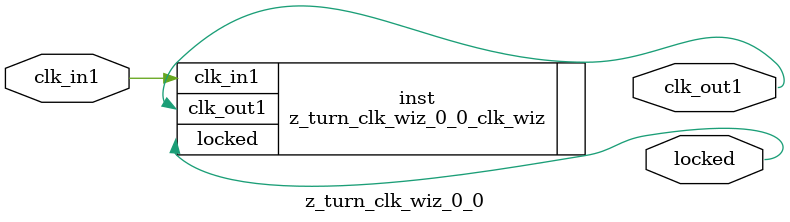
<source format=v>


`timescale 1ps/1ps

(* CORE_GENERATION_INFO = "z_turn_clk_wiz_0_0,clk_wiz_v5_4_0_0,{component_name=z_turn_clk_wiz_0_0,use_phase_alignment=true,use_min_o_jitter=false,use_max_i_jitter=false,use_dyn_phase_shift=false,use_inclk_switchover=false,use_dyn_reconfig=false,enable_axi=0,feedback_source=FDBK_AUTO,PRIMITIVE=PLL,num_out_clk=1,clkin1_period=10.000,clkin2_period=10.000,use_power_down=false,use_reset=false,use_locked=true,use_inclk_stopped=false,feedback_type=SINGLE,CLOCK_MGR_TYPE=NA,manual_override=false}" *)

module z_turn_clk_wiz_0_0 
 (
  // Clock out ports
  output        clk_out1,
  // Status and control signals
  output        locked,
 // Clock in ports
  input         clk_in1
 );

  z_turn_clk_wiz_0_0_clk_wiz inst
  (
  // Clock out ports  
  .clk_out1(clk_out1),
  // Status and control signals               
  .locked(locked),
 // Clock in ports
  .clk_in1(clk_in1)
  );

endmodule

</source>
